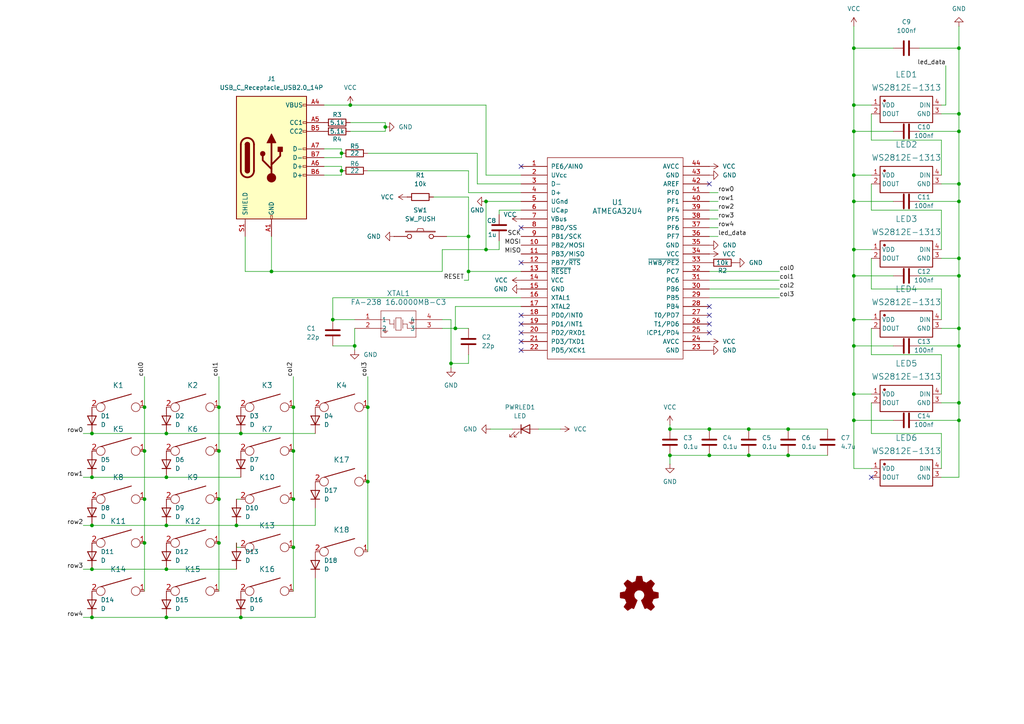
<source format=kicad_sch>
(kicad_sch (version 20231120) (generator "eeschema") (generator_version "8.0")
  (paper "A4")
  (title_block (title "FX19 Custom Numpad") (company "  Falsonix"))
  (lib_symbols
    (symbol "2024-07-11_19-08-14:FA-238_16.0000MB-C3" (pin_names (offset 0.254))
      (property "Reference" "XTAL" (at 12.7 7.62 0))
      (property "Value" "FA-238 16.0000MB-C3" (at 12.7 5.08 0))
      (symbol "FA-238_16.0000MB-C3_0_1"
        (pin unspecified line (at 0 0 0) (length 7.62) (name "1") (number "1"))
        (pin unspecified line (at 0 -2.54 0) (length 7.62) (name "2") (number "2"))
        (pin unspecified line (at 25.4 -2.54 180) (length 7.62) (name "3") (number "3"))
        (pin unspecified line (at 25.4 0 180) (length 7.62) (name "4") (number "4"))
      )
    )
    (symbol "Connector:USB_C_Receptacle_USB2.0_14P" (pin_names (offset 1.016))
      (property "Reference" "J" (at 0 22.225 0))
      (property "Value" "USB_C_Receptacle_USB2.0_14P" (at 0 19.685 0))
      (symbol "USB_C_Receptacle_USB2.0_14P_1_1"
        (pin passive line (at 0 -22.86 90) (length 5.08) (name "GND") (number "A1"))
        (pin passive line (at 0 -22.86 90) (length 5.08) hide (name "GND") (number "A12"))
        (pin passive line (at 15.24 15.24 180) (length 5.08) (name "VBUS") (number "A4"))
        (pin bidirectional line (at 15.24 10.16 180) (length 5.08) (name "CC1") (number "A5"))
        (pin bidirectional line (at 15.24 -2.54 180) (length 5.08) (name "D+") (number "A6"))
        (pin bidirectional line (at 15.24 2.54 180) (length 5.08) (name "D-") (number "A7"))
        (pin passive line (at 15.24 15.24 180) (length 5.08) hide (name "VBUS") (number "A9"))
        (pin passive line (at 0 -22.86 90) (length 5.08) hide (name "GND") (number "B1"))
        (pin passive line (at 0 -22.86 90) (length 5.08) hide (name "GND") (number "B12"))
        (pin passive line (at 15.24 15.24 180) (length 5.08) hide (name "VBUS") (number "B4"))
        (pin bidirectional line (at 15.24 7.62 180) (length 5.08) (name "CC2") (number "B5"))
        (pin bidirectional line (at 15.24 -5.08 180) (length 5.08) (name "D+") (number "B6"))
        (pin bidirectional line (at 15.24 0 180) (length 5.08) (name "D-") (number "B7"))
        (pin passive line (at 15.24 15.24 180) (length 5.08) hide (name "VBUS") (number "B9"))
        (pin passive line (at -7.62 -22.86 90) (length 5.08) (name "SHIELD") (number "S1"))
      )
    )
    (symbol "Device:C" (pin_numbers hide) (pin_names (offset 0.254))
      (property "Reference" "C" (at 0.635 2.54 0))
      (property "Value" "C" (at 0.635 -2.54 0))
      (symbol "C_1_1"
        (pin passive line (at 0 3.81 270) (length 2.794) (name "~") (number "1"))
        (pin passive line (at 0 -3.81 90) (length 2.794) (name "~") (number "2"))
      )
    )
    (symbol "Device:D" (pin_numbers hide) (pin_names (offset 1.016) hide)
      (property "Reference" "D" (at 0 2.54 0))
      (property "Value" "D" (at 0 -2.54 0))
      (symbol "D_1_1"
        (pin passive line (at -3.81 0 0) (length 2.54) (name "K") (number "1"))
        (pin passive line (at 3.81 0 180) (length 2.54) (name "A") (number "2"))
      )
    )
    (symbol "Device:LED" (pin_numbers hide) (pin_names (offset 1.016) hide)
      (property "Reference" "D" (at 0 2.54 0))
      (property "Value" "LED" (at 0 -2.54 0))
      (symbol "LED_1_1"
        (pin passive line (at -3.81 0 0) (length 2.54) (name "K") (number "1"))
        (pin passive line (at 3.81 0 180) (length 2.54) (name "A") (number "2"))
      )
    )
    (symbol "Device:R" (pin_numbers hide) (pin_names (offset 0))
      (property "Reference" "R" (at 2.032 0 90))
      (property "Value" "R" (at 0 0 90))
      (symbol "R_1_1"
        (pin passive line (at 0 3.81 270) (length 1.27) (name "~") (number "1"))
        (pin passive line (at 0 -3.81 90) (length 1.27) (name "~") (number "2"))
      )
    )
    (symbol "Graphic:Logo_Open_Hardware_Small" (in_bom no) (on_board no))
    (symbol "SCH_numpad_project_2024-06-25:WS2812E-1313"
      (property "Reference" "U" (at -1.5494 8.5217 0))
      (property "Value" "WS2812E-1313" (at -1.5494 6.3881 0))
      (symbol "WS2812E-1313_0_0"
        (pin unspecified line (at -10.16 1.27 0) (length 2.54) (name "VDD") (number "1"))
        (pin unspecified line (at -10.16 -1.27 0) (length 2.54) (name "DOUT") (number "2"))
        (pin unspecified line (at 10.16 -1.27 180) (length 2.54) (name "GND") (number "3"))
        (pin unspecified line (at 10.16 1.27 180) (length 2.54) (name "DIN") (number "4"))
      )
    )
    (symbol "keyboard_parts:ATMEGA32U4" (pin_names (offset 1.016))
      (property "Reference" "U" (at 0 -31.75 0))
      (property "Value" "ATMEGA32U4" (at 0 31.75 0))
      (symbol "ATMEGA32U4_1_1"
        (pin bidirectional line (at -26.67 26.67 0) (length 7.62) (name "PE6/AIN0") (number "1"))
        (pin bidirectional line (at -26.67 3.81 0) (length 7.62) (name "PB2/MOSI") (number "10"))
        (pin bidirectional line (at -26.67 1.27 0) (length 7.62) (name "PB3/MISO") (number "11"))
        (pin bidirectional line (at -26.67 -1.27 0) (length 7.62) (name "PB7/~{RTS}") (number "12"))
        (pin input line (at -26.67 -3.81 0) (length 7.62) (name "~{RESET}") (number "13"))
        (pin power_in line (at -26.67 -6.35 0) (length 7.62) (name "VCC") (number "14"))
        (pin power_in line (at -26.67 -8.89 0) (length 7.62) (name "GND") (number "15"))
        (pin input line (at -26.67 -11.43 0) (length 7.62) (name "XTAL1") (number "16"))
        (pin output line (at -26.67 -13.97 0) (length 7.62) (name "XTAL2") (number "17"))
        (pin bidirectional line (at -26.67 -16.51 0) (length 7.62) (name "PD0/INT0") (number "18"))
        (pin bidirectional line (at -26.67 -19.05 0) (length 7.62) (name "PD1/INT1") (number "19"))
        (pin power_in line (at -26.67 24.13 0) (length 7.62) (name "UVcc") (number "2"))
        (pin bidirectional line (at -26.67 -21.59 0) (length 7.62) (name "PD2/RXD1") (number "20"))
        (pin bidirectional line (at -26.67 -24.13 0) (length 7.62) (name "PD3/TXD1") (number "21"))
        (pin bidirectional line (at -26.67 -26.67 0) (length 7.62) (name "PD5/XCK1") (number "22"))
        (pin power_in line (at 27.94 -26.67 180) (length 7.62) (name "GND") (number "23"))
        (pin power_in line (at 27.94 -24.13 180) (length 7.62) (name "AVCC") (number "24"))
        (pin bidirectional line (at 27.94 -21.59 180) (length 7.62) (name "ICP1/PD4") (number "25"))
        (pin bidirectional line (at 27.94 -19.05 180) (length 7.62) (name "T1/PD6") (number "26"))
        (pin bidirectional line (at 27.94 -16.51 180) (length 7.62) (name "T0/PD7") (number "27"))
        (pin bidirectional line (at 27.94 -13.97 180) (length 7.62) (name "PB4") (number "28"))
        (pin bidirectional line (at 27.94 -11.43 180) (length 7.62) (name "PB5") (number "29"))
        (pin bidirectional line (at -26.67 21.59 0) (length 7.62) (name "D-") (number "3"))
        (pin bidirectional line (at 27.94 -8.89 180) (length 7.62) (name "PB6") (number "30"))
        (pin bidirectional line (at 27.94 -6.35 180) (length 7.62) (name "PC6") (number "31"))
        (pin bidirectional line (at 27.94 -3.81 180) (length 7.62) (name "PC7") (number "32"))
        (pin bidirectional line (at 27.94 -1.27 180) (length 7.62) (name "~{HWB/PE2}") (number "33"))
        (pin power_in line (at 27.94 1.27 180) (length 7.62) (name "VCC") (number "34"))
        (pin power_in line (at 27.94 3.81 180) (length 7.62) (name "GND") (number "35"))
        (pin bidirectional line (at 27.94 6.35 180) (length 7.62) (name "PF7") (number "36"))
        (pin bidirectional line (at 27.94 8.89 180) (length 7.62) (name "PF6") (number "37"))
        (pin bidirectional line (at 27.94 11.43 180) (length 7.62) (name "PF5") (number "38"))
        (pin bidirectional line (at 27.94 13.97 180) (length 7.62) (name "PF4") (number "39"))
        (pin bidirectional line (at -26.67 19.05 0) (length 7.62) (name "D+") (number "4"))
        (pin bidirectional line (at 27.94 16.51 180) (length 7.62) (name "PF1") (number "40"))
        (pin bidirectional line (at 27.94 19.05 180) (length 7.62) (name "PF0") (number "41"))
        (pin input line (at 27.94 21.59 180) (length 7.62) (name "AREF") (number "42"))
        (pin power_in line (at 27.94 24.13 180) (length 7.62) (name "GND") (number "43"))
        (pin power_in line (at 27.94 26.67 180) (length 7.62) (name "AVCC") (number "44"))
        (pin power_in line (at -26.67 16.51 0) (length 7.62) (name "UGnd") (number "5"))
        (pin input line (at -26.67 13.97 0) (length 7.62) (name "UCap") (number "6"))
        (pin input line (at -26.67 11.43 0) (length 7.62) (name "VBus") (number "7"))
        (pin bidirectional line (at -26.67 8.89 0) (length 7.62) (name "PB0/SS") (number "8"))
        (pin bidirectional line (at -26.67 6.35 0) (length 7.62) (name "PB1/SCK") (number "9"))
      )
    )
    (symbol "keyboard_parts:KEYSW" (pin_names (offset 1.016))
      (property "Reference" "K?" (at -1.27 0 0))
      (symbol "KEYSW_1_1"
        (pin passive line (at 7.62 0 180) (length 1.27) (name "~") (number "1"))
        (pin passive line (at -7.62 0 0) (length 1.27) (name "~") (number "2"))
      )
    )
    (symbol "keyboard_parts:SW_PUSH" (pin_numbers hide) (pin_names (offset 1.016) hide)
      (property "Reference" "SW" (at 3.81 2.794 0))
      (property "Value" "SW_PUSH" (at 0 -2.032 0))
      (symbol "SW_PUSH_0_1"
        (pin passive inverted (at -7.62 0 0) (length 5.08) (name "1") (number "1"))
        (pin passive inverted (at 7.62 0 180) (length 5.08) (name "2") (number "2"))
      )
    )
    (symbol "power:GND" (power) (pin_numbers hide) (pin_names (offset 0) hide)
      (property "Value" "GND" (at 0 -3.81 0))
      (symbol "GND_1_1"
        (pin power_in line (at 0 0 270) (length 0) (name "~") (number "1"))
      )
    )
    (symbol "power:VCC" (power) (pin_numbers hide) (pin_names (offset 0) hide)
      (property "Value" "VCC" (at 0 3.556 0))
      (symbol "VCC_1_1"
        (pin power_in line (at 0 0 90) (length 0) (name "~") (number "1"))
      )
    )
  )
  (junction (at 247.65 58.42))
  (junction (at 228.6 132.08))
  (junction (at 106.68 139.7))
  (junction (at 278.13 116.84))
  (junction (at 247.65 50.8))
  (junction (at 278.13 95.25))
  (junction (at 41.91 118.11))
  (junction (at 69.85 125.73))
  (junction (at 102.87 100.33))
  (junction (at 278.13 121.92))
  (junction (at 26.67 125.73))
  (junction (at 106.68 118.11))
  (junction (at 130.81 105.41))
  (junction (at 278.13 100.33))
  (junction (at 228.6 124.46))
  (junction (at 96.52 92.71))
  (junction (at 247.65 30.48))
  (junction (at 101.6 30.48))
  (junction (at 85.09 144.78))
  (junction (at 278.13 58.42))
  (junction (at 194.31 132.08))
  (junction (at 85.09 158.75))
  (junction (at 41.91 130.81))
  (junction (at 278.13 80.01))
  (junction (at 48.26 165.1))
  (junction (at 26.67 165.1))
  (junction (at 140.97 58.42))
  (junction (at 217.17 132.08))
  (junction (at 247.65 114.3))
  (junction (at 278.13 53.34))
  (junction (at 26.67 179.07))
  (junction (at 278.13 33.02))
  (junction (at 48.26 138.43))
  (junction (at 140.97 72.39))
  (junction (at 247.65 72.39))
  (junction (at 205.74 124.46))
  (junction (at 111.76 36.83))
  (junction (at 194.31 124.46))
  (junction (at 26.67 138.43))
  (junction (at 63.5 157.48))
  (junction (at 41.91 157.48))
  (junction (at 132.08 95.25))
  (junction (at 69.85 179.07))
  (junction (at 247.65 92.71))
  (junction (at 278.13 74.93))
  (junction (at 135.89 78.74))
  (junction (at 48.26 152.4))
  (junction (at 205.74 132.08))
  (junction (at 48.26 125.73))
  (junction (at 85.09 118.11))
  (junction (at 99.06 44.45))
  (junction (at 26.67 152.4))
  (junction (at 48.26 179.07))
  (junction (at 135.89 68.58))
  (junction (at 85.09 130.81))
  (junction (at 63.5 118.11))
  (junction (at 68.58 152.4))
  (junction (at 247.65 13.97))
  (junction (at 278.13 13.97))
  (junction (at 78.74 78.74))
  (junction (at 247.65 121.92))
  (junction (at 247.65 100.33))
  (junction (at 247.65 38.1))
  (junction (at 217.17 124.46))
  (junction (at 99.06 49.53))
  (junction (at 247.65 80.01))
  (junction (at 63.5 144.78))
  (junction (at 41.91 144.78))
  (junction (at 278.13 38.1))
  (junction (at 63.5 130.81))
  (no_connect (at 151.13 93.98))
  (no_connect (at 151.13 99.06))
  (no_connect (at 151.13 91.44))
  (no_connect (at 151.13 101.6))
  (no_connect (at 205.74 93.98))
  (no_connect (at 252.73 138.43))
  (no_connect (at 151.13 76.2))
  (no_connect (at 205.74 91.44))
  (no_connect (at 151.13 48.26))
  (no_connect (at 151.13 96.52))
  (no_connect (at 205.74 88.9))
  (no_connect (at 205.74 53.34))
  (no_connect (at 151.13 66.04))
  (no_connect (at 205.74 96.52))
  (wire (pts (xy 247.65 30.48) (xy 252.73 30.48)))
  (wire (pts (xy 194.31 123.19) (xy 194.31 124.46)))
  (wire (pts (xy 278.13 58.42) (xy 278.13 74.93)))
  (wire (pts (xy 252.73 33.02) (xy 252.73 40.64)))
  (wire (pts (xy 144.78 60.96) (xy 151.13 60.96)))
  (wire (pts (xy 273.05 116.84) (xy 278.13 116.84)))
  (wire (pts (xy 228.6 124.46) (xy 240.03 124.46)))
  (wire (pts (xy 85.09 144.78) (xy 83.82 144.78)))
  (wire (pts (xy 96.52 100.33) (xy 102.87 100.33)))
  (wire (pts (xy 93.98 45.72) (xy 99.06 45.72)))
  (wire (pts (xy 247.65 58.42) (xy 259.08 58.42)))
  (wire (pts (xy 252.73 83.82) (xy 273.05 83.82)))
  (wire (pts (xy 140.97 72.39) (xy 144.78 72.39)))
  (wire (pts (xy 68.58 158.75) (xy 69.85 158.75)))
  (wire (pts (xy 99.06 45.72) (xy 99.06 44.45)))
  (wire (pts (xy 226.06 78.74) (xy 205.74 78.74)))
  (wire (pts (xy 63.5 118.11) (xy 63.5 130.81)))
  (wire (pts (xy 226.06 83.82) (xy 205.74 83.82)))
  (wire (pts (xy 135.89 49.53) (xy 106.68 49.53)))
  (wire (pts (xy 63.5 109.22) (xy 63.5 118.11)))
  (wire (pts (xy 93.98 50.8) (xy 99.06 50.8)))
  (wire (pts (xy 208.28 60.96) (xy 205.74 60.96)))
  (wire (pts (xy 99.06 48.26) (xy 99.06 49.53)))
  (wire (pts (xy 101.6 35.56) (xy 111.76 35.56)))
  (wire (pts (xy 135.89 102.87) (xy 135.89 105.41)))
  (wire (pts (xy 144.78 72.39) (xy 144.78 69.85)))
  (wire (pts (xy 48.26 179.07) (xy 69.85 179.07)))
  (wire (pts (xy 91.44 179.07) (xy 91.44 167.64)))
  (wire (pts (xy 162.56 124.46) (xy 156.21 124.46)))
  (wire (pts (xy 266.7 100.33) (xy 278.13 100.33)))
  (wire (pts (xy 278.13 121.92) (xy 278.13 138.43)))
  (wire (pts (xy 194.31 132.08) (xy 205.74 132.08)))
  (wire (pts (xy 273.05 74.93) (xy 278.13 74.93)))
  (wire (pts (xy 135.89 81.28) (xy 135.89 78.74)))
  (wire (pts (xy 24.13 165.1) (xy 26.67 165.1)))
  (wire (pts (xy 85.09 130.81) (xy 85.09 144.78)))
  (wire (pts (xy 111.76 38.1) (xy 111.76 36.83)))
  (wire (pts (xy 91.44 152.4) (xy 91.44 147.32)))
  (wire (pts (xy 247.65 100.33) (xy 247.65 114.3)))
  (wire (pts (xy 102.87 100.33) (xy 102.87 101.6)))
  (wire (pts (xy 132.08 88.9) (xy 151.13 88.9)))
  (wire (pts (xy 252.73 116.84) (xy 252.73 125.73)))
  (wire (pts (xy 69.85 144.78) (xy 68.58 144.78)))
  (wire (pts (xy 26.67 125.73) (xy 48.26 125.73)))
  (wire (pts (xy 130.81 105.41) (xy 130.81 106.68)))
  (wire (pts (xy 24.13 125.73) (xy 26.67 125.73)))
  (wire (pts (xy 135.89 78.74) (xy 151.13 78.74)))
  (wire (pts (xy 274.32 30.48) (xy 273.05 30.48)))
  (wire (pts (xy 101.6 30.48) (xy 93.98 30.48)))
  (wire (pts (xy 24.13 138.43) (xy 26.67 138.43)))
  (wire (pts (xy 252.73 53.34) (xy 252.73 60.96)))
  (wire (pts (xy 48.26 138.43) (xy 69.85 138.43)))
  (wire (pts (xy 138.43 53.34) (xy 151.13 53.34)))
  (wire (pts (xy 247.65 50.8) (xy 252.73 50.8)))
  (wire (pts (xy 266.7 121.92) (xy 278.13 121.92)))
  (wire (pts (xy 135.89 57.15) (xy 135.89 68.58)))
  (wire (pts (xy 106.68 109.22) (xy 106.68 118.11)))
  (wire (pts (xy 102.87 95.25) (xy 102.87 100.33)))
  (wire (pts (xy 247.65 7.62) (xy 247.65 13.97)))
  (wire (pts (xy 247.65 121.92) (xy 247.65 135.89)))
  (wire (pts (xy 85.09 144.78) (xy 85.09 158.75)))
  (wire (pts (xy 24.13 152.4) (xy 26.67 152.4)))
  (wire (pts (xy 273.05 33.02) (xy 278.13 33.02)))
  (wire (pts (xy 217.17 124.46) (xy 228.6 124.46)))
  (wire (pts (xy 41.91 144.78) (xy 41.91 157.48)))
  (wire (pts (xy 247.65 80.01) (xy 259.08 80.01)))
  (wire (pts (xy 217.17 132.08) (xy 228.6 132.08)))
  (wire (pts (xy 266.7 13.97) (xy 278.13 13.97)))
  (wire (pts (xy 68.58 158.75) (xy 68.58 157.48)))
  (wire (pts (xy 247.65 100.33) (xy 259.08 100.33)))
  (wire (pts (xy 85.09 158.75) (xy 85.09 171.45)))
  (wire (pts (xy 247.65 114.3) (xy 252.73 114.3)))
  (wire (pts (xy 208.28 58.42) (xy 205.74 58.42)))
  (wire (pts (xy 71.12 78.74) (xy 78.74 78.74)))
  (wire (pts (xy 252.73 40.64) (xy 273.05 40.64)))
  (wire (pts (xy 273.05 83.82) (xy 273.05 92.71)))
  (wire (pts (xy 26.67 165.1) (xy 48.26 165.1)))
  (wire (pts (xy 71.12 68.58) (xy 71.12 78.74)))
  (wire (pts (xy 151.13 50.8) (xy 140.97 50.8)))
  (wire (pts (xy 140.97 58.42) (xy 151.13 58.42)))
  (wire (pts (xy 247.65 114.3) (xy 247.65 121.92)))
  (wire (pts (xy 106.68 139.7) (xy 106.68 160.02)))
  (wire (pts (xy 129.54 68.58) (xy 135.89 68.58)))
  (wire (pts (xy 252.73 102.87) (xy 273.05 102.87)))
  (wire (pts (xy 247.65 72.39) (xy 247.65 80.01)))
  (wire (pts (xy 278.13 74.93) (xy 278.13 80.01)))
  (wire (pts (xy 93.98 43.18) (xy 99.06 43.18)))
  (wire (pts (xy 208.28 63.5) (xy 205.74 63.5)))
  (wire (pts (xy 266.7 58.42) (xy 278.13 58.42)))
  (wire (pts (xy 278.13 100.33) (xy 278.13 116.84)))
  (wire (pts (xy 247.65 92.71) (xy 252.73 92.71)))
  (wire (pts (xy 106.68 118.11) (xy 106.68 139.7)))
  (wire (pts (xy 247.65 72.39) (xy 252.73 72.39)))
  (wire (pts (xy 247.65 38.1) (xy 247.65 50.8)))
  (wire (pts (xy 247.65 30.48) (xy 247.65 38.1)))
  (wire (pts (xy 99.06 50.8) (xy 99.06 49.53)))
  (wire (pts (xy 273.05 102.87) (xy 273.05 114.3)))
  (wire (pts (xy 101.6 38.1) (xy 111.76 38.1)))
  (wire (pts (xy 247.65 58.42) (xy 247.65 72.39)))
  (wire (pts (xy 63.5 144.78) (xy 63.5 157.48)))
  (wire (pts (xy 247.65 121.92) (xy 259.08 121.92)))
  (wire (pts (xy 134.62 81.28) (xy 135.89 81.28)))
  (wire (pts (xy 273.05 60.96) (xy 273.05 72.39)))
  (wire (pts (xy 78.74 78.74) (xy 128.27 78.74)))
  (wire (pts (xy 24.13 179.07) (xy 26.67 179.07)))
  (wire (pts (xy 96.52 92.71) (xy 96.52 86.36)))
  (wire (pts (xy 106.68 44.45) (xy 138.43 44.45)))
  (wire (pts (xy 41.91 130.81) (xy 41.91 144.78)))
  (wire (pts (xy 85.09 118.11) (xy 85.09 130.81)))
  (wire (pts (xy 140.97 50.8) (xy 140.97 30.48)))
  (wire (pts (xy 273.05 125.73) (xy 273.05 135.89)))
  (wire (pts (xy 278.13 13.97) (xy 278.13 33.02)))
  (wire (pts (xy 128.27 92.71) (xy 130.81 92.71)))
  (wire (pts (xy 135.89 68.58) (xy 135.89 78.74)))
  (wire (pts (xy 247.65 13.97) (xy 259.08 13.97)))
  (wire (pts (xy 142.24 124.46) (xy 148.59 124.46)))
  (wire (pts (xy 205.74 68.58) (xy 208.28 68.58)))
  (wire (pts (xy 41.91 157.48) (xy 41.91 171.45)))
  (wire (pts (xy 138.43 44.45) (xy 138.43 53.34)))
  (wire (pts (xy 69.85 179.07) (xy 91.44 179.07)))
  (wire (pts (xy 278.13 138.43) (xy 273.05 138.43)))
  (wire (pts (xy 273.05 95.25) (xy 278.13 95.25)))
  (wire (pts (xy 41.91 118.11) (xy 41.91 130.81)))
  (wire (pts (xy 252.73 60.96) (xy 273.05 60.96)))
  (wire (pts (xy 130.81 92.71) (xy 130.81 105.41)))
  (wire (pts (xy 26.67 152.4) (xy 48.26 152.4)))
  (wire (pts (xy 278.13 53.34) (xy 278.13 58.42)))
  (wire (pts (xy 278.13 38.1) (xy 278.13 53.34)))
  (wire (pts (xy 128.27 72.39) (xy 140.97 72.39)))
  (wire (pts (xy 278.13 95.25) (xy 278.13 100.33)))
  (wire (pts (xy 194.31 132.08) (xy 194.31 134.62)))
  (wire (pts (xy 69.85 125.73) (xy 91.44 125.73)))
  (wire (pts (xy 205.74 124.46) (xy 217.17 124.46)))
  (wire (pts (xy 135.89 95.25) (xy 132.08 95.25)))
  (wire (pts (xy 273.05 40.64) (xy 273.05 50.8)))
  (wire (pts (xy 96.52 92.71) (xy 102.87 92.71)))
  (wire (pts (xy 93.98 48.26) (xy 99.06 48.26)))
  (wire (pts (xy 273.05 53.34) (xy 278.13 53.34)))
  (wire (pts (xy 247.65 92.71) (xy 247.65 100.33)))
  (wire (pts (xy 278.13 80.01) (xy 278.13 95.25)))
  (wire (pts (xy 144.78 62.23) (xy 144.78 60.96)))
  (wire (pts (xy 252.73 95.25) (xy 252.73 102.87)))
  (wire (pts (xy 128.27 78.74) (xy 128.27 72.39)))
  (wire (pts (xy 151.13 55.88) (xy 135.89 55.88)))
  (wire (pts (xy 226.06 86.36) (xy 205.74 86.36)))
  (wire (pts (xy 140.97 58.42) (xy 140.97 72.39)))
  (wire (pts (xy 26.67 179.07) (xy 48.26 179.07)))
  (wire (pts (xy 26.67 138.43) (xy 48.26 138.43)))
  (wire (pts (xy 266.7 38.1) (xy 278.13 38.1)))
  (wire (pts (xy 125.73 57.15) (xy 135.89 57.15)))
  (wire (pts (xy 266.7 80.01) (xy 278.13 80.01)))
  (wire (pts (xy 99.06 43.18) (xy 99.06 44.45)))
  (wire (pts (xy 140.97 30.48) (xy 101.6 30.48)))
  (wire (pts (xy 208.28 55.88) (xy 205.74 55.88)))
  (wire (pts (xy 247.65 13.97) (xy 247.65 30.48)))
  (wire (pts (xy 63.5 130.81) (xy 63.5 144.78)))
  (wire (pts (xy 78.74 78.74) (xy 78.74 68.58)))
  (wire (pts (xy 135.89 105.41) (xy 130.81 105.41)))
  (wire (pts (xy 278.13 33.02) (xy 278.13 38.1)))
  (wire (pts (xy 48.26 152.4) (xy 68.58 152.4)))
  (wire (pts (xy 85.09 109.22) (xy 85.09 118.11)))
  (wire (pts (xy 228.6 132.08) (xy 240.03 132.08)))
  (wire (pts (xy 247.65 135.89) (xy 252.73 135.89)))
  (wire (pts (xy 135.89 55.88) (xy 135.89 49.53)))
  (wire (pts (xy 252.73 74.93) (xy 252.73 83.82)))
  (wire (pts (xy 194.31 124.46) (xy 205.74 124.46)))
  (wire (pts (xy 41.91 109.22) (xy 41.91 118.11)))
  (wire (pts (xy 278.13 116.84) (xy 278.13 121.92)))
  (wire (pts (xy 48.26 165.1) (xy 68.58 165.1)))
  (wire (pts (xy 132.08 95.25) (xy 132.08 88.9)))
  (wire (pts (xy 205.74 132.08) (xy 217.17 132.08)))
  (wire (pts (xy 63.5 157.48) (xy 63.5 171.45)))
  (wire (pts (xy 208.28 66.04) (xy 205.74 66.04)))
  (wire (pts (xy 247.65 38.1) (xy 259.08 38.1)))
  (wire (pts (xy 96.52 86.36) (xy 151.13 86.36)))
  (wire (pts (xy 68.58 152.4) (xy 91.44 152.4)))
  (wire (pts (xy 247.65 50.8) (xy 247.65 58.42)))
  (wire (pts (xy 278.13 7.62) (xy 278.13 13.97)))
  (wire (pts (xy 128.27 95.25) (xy 132.08 95.25)))
  (wire (pts (xy 48.26 125.73) (xy 69.85 125.73)))
  (wire (pts (xy 247.65 80.01) (xy 247.65 92.71)))
  (wire (pts (xy 111.76 35.56) (xy 111.76 36.83)))
  (wire (pts (xy 226.06 81.28) (xy 205.74 81.28)))
  (wire (pts (xy 252.73 125.73) (xy 273.05 125.73)))
  (wire (pts (xy 274.32 19.05) (xy 274.32 30.48)))
  (label "col0" (at 226.06 78.74 0))
  (label "col3" (at 106.68 109.22 90))
  (label "col2" (at 226.06 83.82 0))
  (label "col3" (at 226.06 86.36 0))
  (label "led_data" (at 208.28 68.58 0))
  (label "row1" (at 208.28 58.42 0))
  (label "col0" (at 41.91 109.22 90))
  (label "row3" (at 208.28 63.5 0))
  (label "col1" (at 226.06 81.28 0))
  (label "led_data" (at 274.32 19.05 180))
  (label "row4" (at 208.28 66.04 0))
  (label "row2" (at 208.28 60.96 0))
  (label "RESET" (at 134.62 81.28 180))
  (label "MOSI" (at 151.13 71.12 180))
  (label "SCK" (at 151.13 68.58 180))
  (label "col2" (at 85.09 109.22 90))
  (label "row0" (at 208.28 55.88 0))
  (label "row1" (at 24.13 138.43 180))
  (label "row4" (at 24.13 179.07 180))
  (label "MISO" (at 151.13 73.66 180))
  (label "col1" (at 63.5 109.22 90))
  (label "row3" (at 24.13 165.1 180))
  (label "row0" (at 24.13 125.73 180))
  (label "row2" (at 24.13 152.4 180))
  (symbol (lib_id "Device:C") (at 262.89 80.01 90) (unit 1)
    (property "Reference" "C12" (at 267.97 78.74 90))
    (property "Value" "100nf" (at 267.97 81.28 90))
    (property "Footprint" "Capacitor_SMD:C_0805_2012Metric_Pad1.18x1.45mm_HandSolder" (effects (hide yes)))
    (property "Description" "Unpolarized capacitor" (effects (hide yes)))
  )
  (symbol (lib_id "SCH_numpad_project_2024-06-25:WS2812E-1313") (at 262.89 137.16 0) (unit 1)
    (property "Reference" "LED6" (at 262.89 127 0) (effects (font (size 1.6891 1.6891))))
    (property "Value" "WS2812E-1313" (at 262.89 130.81 0) (effects (font (size 1.6891 1.6891))))
    (property "Footprint" "rgbleds:LED-SMD_4P-L1.3-W1.3-P0.80_WS2812E-1313" (effects (hide yes)))
    (property "Manufacturer Part" "WS2812E-1313" (effects (hide yes)))
    (property "Manufacturer" "worldsemi" (effects (hide yes)))
    (property "Supplier Part" "C5446700" (effects (hide yes)))
    (property "Supplier" "LCSC" (effects (hide yes)))
  )
  (symbol (lib_id "keyboard_parts:KEYSW") (at 99.06 118.11 0) (unit 1)
    (property "Reference" "K4" (at 99.06 111.76 0) (effects (font (size 1.524 1.524))))
    (property "Value" "KEYSW" (effects (hide yes)))
    (property "Footprint" "keebs:Mx_Alps_100" (effects (hide yes)))
  )
  (symbol (lib_id "Device:C") (at 262.89 13.97 90) (unit 1)
    (property "Reference" "C9" (at 262.89 6.35 90))
    (property "Value" "100nf" (at 262.89 8.89 90))
    (property "Footprint" "Capacitor_SMD:C_0805_2012Metric_Pad1.18x1.45mm_HandSolder" (effects (hide yes)))
    (property "Description" "Unpolarized capacitor" (effects (hide yes)))
  )
  (symbol (lib_id "SCH_numpad_project_2024-06-25:WS2812E-1313") (at 262.89 115.57 0) (unit 1)
    (property "Reference" "LED5" (at 262.89 105.41 0) (effects (font (size 1.6891 1.6891))))
    (property "Value" "WS2812E-1313" (at 262.89 109.22 0) (effects (font (size 1.6891 1.6891))))
    (property "Footprint" "rgbleds:LED-SMD_4P-L1.3-W1.3-P0.80_WS2812E-1313" (effects (hide yes)))
    (property "Manufacturer Part" "WS2812E-1313" (effects (hide yes)))
    (property "Manufacturer" "worldsemi" (effects (hide yes)))
    (property "Supplier Part" "C5446700" (effects (hide yes)))
    (property "Supplier" "LCSC" (effects (hide yes)))
  )
  (symbol (lib_id "Device:C") (at 240.03 128.27 0) (unit 1)
    (property "Reference" "C7" (at 243.84 126.9999 0) (effects (justify left)))
    (property "Value" "4.7u" (at 243.84 129.5399 0) (effects (justify left)))
    (property "Footprint" "Capacitor_SMD:C_0805_2012Metric_Pad1.18x1.45mm_HandSolder" (effects (hide yes)))
    (property "Description" "Unpolarized capacitor" (effects (hide yes)))
  )
  (symbol (lib_id "power:GND") (at 205.74 101.6 90) (unit 1)
    (property "Reference" "#PWR016" (effects (hide yes)))
    (property "Value" "GND" (at 209.55 101.5999 90) (effects (justify right)))
    (property "Description" "Power symbol creates a global label with name \"GND\" , ground" (effects (hide yes)))
  )
  (symbol (lib_id "Device:C") (at 262.89 38.1 90) (unit 1)
    (property "Reference" "C10" (at 267.97 36.83 90))
    (property "Value" "100nf" (at 267.97 39.37 90))
    (property "Footprint" "Capacitor_SMD:C_0805_2012Metric_Pad1.18x1.45mm_HandSolder" (effects (hide yes)))
    (property "Description" "Unpolarized capacitor" (effects (hide yes)))
  )
  (symbol (lib_id "Device:D") (at 48.26 148.59 90) (unit 1)
    (property "Reference" "D9" (at 50.8 147.3199 90) (effects (justify right)))
    (property "Value" "D" (at 50.8 149.8599 90) (effects (justify right)))
    (property "Footprint" "keyboard_parts:D_SOD123_axial" (effects (hide yes)))
    (property "Description" "Diode" (effects (hide yes)))
    (property "Sim.Device" "D" (effects (hide yes)))
    (property "Sim.Pins" "1=K 2=A" (effects (hide yes)))
  )
  (symbol (lib_id "2024-07-11_19-08-14:FA-238_16.0000MB-C3") (at 102.87 92.71 0) (unit 1)
    (property "Reference" "XTAL1" (at 115.57 85.09 0) (effects (font (size 1.524 1.524))))
    (property "Value" "FA-238 16.0000MB-C3" (at 115.57 87.63 0) (effects (font (size 1.524 1.524))))
    (property "Footprint" "Crystal:Crystal_SMD_SeikoEpson_FA238-4Pin_3.2x2.5mm_HandSoldering" (effects (hide yes)))
    (property "Datasheet" "FA-238 16.0000MB-C3" (effects (hide yes)))
  )
  (symbol (lib_id "Device:C") (at 217.17 128.27 0) (unit 1)
    (property "Reference" "C5" (at 220.98 126.9999 0) (effects (justify left)))
    (property "Value" "0.1u" (at 220.98 129.5399 0) (effects (justify left)))
    (property "Footprint" "Capacitor_SMD:C_0805_2012Metric_Pad1.18x1.45mm_HandSolder" (effects (hide yes)))
    (property "Description" "Unpolarized capacitor" (effects (hide yes)))
  )
  (symbol (lib_id "Device:C") (at 135.89 99.06 0) (unit 1)
    (property "Reference" "C2" (at 139.7 97.7899 0) (effects (justify left)))
    (property "Value" "22p" (at 139.7 100.3299 0) (effects (justify left)))
    (property "Footprint" "Capacitor_SMD:C_0805_2012Metric_Pad1.18x1.45mm_HandSolder" (effects (hide yes)))
    (property "Description" "Unpolarized capacitor" (effects (hide yes)))
  )
  (symbol (lib_id "Device:D") (at 91.44 143.51 90) (unit 1)
    (property "Reference" "D17" (at 93.98 142.2399 90) (effects (justify right)))
    (property "Value" "D" (at 93.98 144.7799 90) (effects (justify right)))
    (property "Footprint" "keyboard_parts:D_SOD123_axial" (effects (hide yes)))
    (property "Description" "Diode" (effects (hide yes)))
    (property "Sim.Device" "D" (effects (hide yes)))
    (property "Sim.Pins" "1=K 2=A" (effects (hide yes)))
  )
  (symbol (lib_id "Device:D") (at 68.58 161.29 90) (unit 1)
    (property "Reference" "D13" (at 71.12 160.0199 90) (effects (justify right)))
    (property "Value" "D" (at 71.12 162.5599 90) (effects (justify right)))
    (property "Footprint" "keyboard_parts:D_SOD123_axial" (effects (hide yes)))
    (property "Description" "Diode" (effects (hide yes)))
    (property "Sim.Device" "D" (effects (hide yes)))
    (property "Sim.Pins" "1=K 2=A" (effects (hide yes)))
  )
  (symbol (lib_id "Device:D") (at 91.44 163.83 90) (unit 1)
    (property "Reference" "D18" (at 93.98 162.5599 90) (effects (justify right)))
    (property "Value" "D" (at 93.98 165.0999 90) (effects (justify right)))
    (property "Footprint" "keyboard_parts:D_SOD123_axial" (effects (hide yes)))
    (property "Description" "Diode" (effects (hide yes)))
    (property "Sim.Device" "D" (effects (hide yes)))
    (property "Sim.Pins" "1=K 2=A" (effects (hide yes)))
  )
  (symbol (lib_id "keyboard_parts:KEYSW") (at 55.88 118.11 0) (unit 1)
    (property "Reference" "K2" (at 55.88 111.76 0) (effects (font (size 1.524 1.524))))
    (property "Value" "KEYSW" (effects (hide yes)))
    (property "Footprint" "keebs:Mx_Alps_100" (effects (hide yes)))
  )
  (symbol (lib_id "keyboard_parts:KEYSW") (at 34.29 144.78 0) (unit 1)
    (property "Reference" "K8" (at 34.29 138.43 0) (effects (font (size 1.524 1.524))))
    (property "Value" "KEYSW" (effects (hide yes)))
    (property "Footprint" "keebs:Mx_Alps_100" (effects (hide yes)))
  )
  (symbol (lib_id "Connector:USB_C_Receptacle_USB2.0_14P") (at 78.74 45.72 0) (unit 1)
    (property "Reference" "J1" (at 78.74 22.86 0))
    (property "Value" "USB_C_Receptacle_USB2.0_14P" (at 78.74 25.4 0))
    (property "Footprint" "Connector_USB:USB_C_Receptacle_HRO_TYPE-C-31-M-12" (effects (hide yes)))
    (property "Datasheet" "https://www.usb.org/sites/default/files/documents/usb_type-c.zip" (effects (hide yes)))
    (property "Description" "USB 2.0-only 14P Type-C Receptacle connector" (effects (hide yes)))
  )
  (symbol (lib_id "Device:C") (at 96.52 96.52 0) (unit 1)
    (property "Reference" "C1" (at 88.9 95.25 0) (effects (justify left)))
    (property "Value" "22p" (at 88.9 97.79 0) (effects (justify left)))
    (property "Footprint" "Capacitor_SMD:C_0805_2012Metric_Pad1.18x1.45mm_HandSolder" (effects (hide yes)))
    (property "Description" "Unpolarized capacitor" (effects (hide yes)))
  )
  (symbol (lib_id "Device:D") (at 26.67 148.59 90) (unit 1)
    (property "Reference" "D8" (at 29.21 147.3199 90) (effects (justify right)))
    (property "Value" "D" (at 29.21 149.8599 90) (effects (justify right)))
    (property "Footprint" "keyboard_parts:D_SOD123_axial" (effects (hide yes)))
    (property "Description" "Diode" (effects (hide yes)))
    (property "Sim.Device" "D" (effects (hide yes)))
    (property "Sim.Pins" "1=K 2=A" (effects (hide yes)))
  )
  (symbol (lib_id "keyboard_parts:KEYSW") (at 77.47 118.11 0) (unit 1)
    (property "Reference" "K3" (at 77.47 111.76 0) (effects (font (size 1.524 1.524))))
    (property "Value" "KEYSW" (effects (hide yes)))
    (property "Footprint" "keebs:Mx_Alps_100" (effects (hide yes)))
  )
  (symbol (lib_id "keyboard_parts:KEYSW") (at 34.29 130.81 0) (unit 1)
    (property "Reference" "K5" (at 34.29 124.46 0) (effects (font (size 1.524 1.524))))
    (property "Value" "KEYSW" (effects (hide yes)))
    (property "Footprint" "keebs:Mx_Alps_100" (effects (hide yes)))
  )
  (symbol (lib_id "power:GND") (at 205.74 50.8 90) (unit 1)
    (property "Reference" "#PWR014" (effects (hide yes)))
    (property "Value" "GND" (at 209.55 50.7999 90) (effects (justify right)))
    (property "Description" "Power symbol creates a global label with name \"GND\" , ground" (effects (hide yes)))
  )
  (symbol (lib_id "Device:R") (at 102.87 44.45 90) (unit 1)
    (property "Reference" "R5" (at 102.87 42.418 90))
    (property "Value" "22" (at 102.87 44.45 90))
    (property "Footprint" "Resistor_SMD:R_0805_2012Metric_Pad1.20x1.40mm_HandSolder" (effects (hide yes)))
    (property "Description" "Resistor" (effects (hide yes)))
  )
  (symbol (lib_id "Device:C") (at 205.74 128.27 0) (unit 1)
    (property "Reference" "C4" (at 209.55 126.9999 0) (effects (justify left)))
    (property "Value" "0.1u" (at 209.55 129.5399 0) (effects (justify left)))
    (property "Footprint" "Capacitor_SMD:C_0805_2012Metric_Pad1.18x1.45mm_HandSolder" (effects (hide yes)))
    (property "Description" "Unpolarized capacitor" (effects (hide yes)))
  )
  (symbol (lib_id "Device:R") (at 97.79 38.1 90) (unit 1)
    (property "Reference" "R4" (at 97.79 40.386 90))
    (property "Value" "5.1k" (at 97.79 38.1 90))
    (property "Footprint" "Resistor_SMD:R_0805_2012Metric_Pad1.20x1.40mm_HandSolder" (effects (hide yes)))
    (property "Description" "Resistor" (effects (hide yes)))
  )
  (symbol (lib_id "SCH_numpad_project_2024-06-25:WS2812E-1313") (at 262.89 31.75 0) (unit 1)
    (property "Reference" "LED1" (at 262.89 21.59 0) (effects (font (size 1.6891 1.6891))))
    (property "Value" "WS2812E-1313" (at 262.89 25.4 0) (effects (font (size 1.6891 1.6891))))
    (property "Footprint" "rgbleds:LED-SMD_4P-L1.3-W1.3-P0.80_WS2812E-1313" (effects (hide yes)))
    (property "Manufacturer Part" "WS2812E-1313" (effects (hide yes)))
    (property "Manufacturer" "worldsemi" (effects (hide yes)))
    (property "Supplier Part" "C5446700" (effects (hide yes)))
    (property "Supplier" "LCSC" (effects (hide yes)))
  )
  (symbol (lib_id "power:VCC") (at 151.13 63.5 90) (unit 1)
    (property "Reference" "#PWR018" (effects (hide yes)))
    (property "Value" "VCC" (at 149.86 62.23 90) (effects (justify left)))
    (property "Description" "Power symbol creates a global label with name \"VCC\"" (effects (hide yes)))
  )
  (symbol (lib_id "Device:D") (at 68.58 148.59 90) (unit 1)
    (property "Reference" "D10" (at 71.12 147.3199 90) (effects (justify right)))
    (property "Value" "D" (at 71.12 149.8599 90) (effects (justify right)))
    (property "Footprint" "keyboard_parts:D_SOD123_axial" (effects (hide yes)))
    (property "Description" "Diode" (effects (hide yes)))
    (property "Sim.Device" "D" (effects (hide yes)))
    (property "Sim.Pins" "1=K 2=A" (effects (hide yes)))
  )
  (symbol (lib_id "power:VCC") (at 118.11 57.15 90) (unit 1)
    (property "Reference" "#PWR05" (effects (hide yes)))
    (property "Value" "VCC" (at 114.3 57.1499 90) (effects (justify left)))
    (property "Description" "Power symbol creates a global label with name \"VCC\"" (effects (hide yes)))
  )
  (symbol (lib_id "power:GND") (at 114.3 68.58 270) (unit 1)
    (property "Reference" "#PWR04" (effects (hide yes)))
    (property "Value" "GND" (at 110.49 68.5799 90) (effects (justify right)))
    (property "Description" "Power symbol creates a global label with name \"GND\" , ground" (effects (hide yes)))
  )
  (symbol (lib_id "power:VCC") (at 162.56 124.46 270) (unit 1)
    (property "Reference" "#PWR023" (effects (hide yes)))
    (property "Value" "VCC" (at 166.37 124.4599 90) (effects (justify left)))
    (property "Description" "Power symbol creates a global label with name \"VCC\"" (effects (hide yes)))
  )
  (symbol (lib_id "keyboard_parts:KEYSW") (at 34.29 171.45 0) (unit 1)
    (property "Reference" "K14" (at 34.29 165.1 0) (effects (font (size 1.524 1.524))))
    (property "Value" "KEYSW" (effects (hide yes)))
    (property "Footprint" "keebs:Mx_Alps_100" (effects (hide yes)))
  )
  (symbol (lib_id "power:VCC") (at 247.65 7.62 0) (unit 1)
    (property "Reference" "#PWR020" (effects (hide yes)))
    (property "Value" "VCC" (at 247.65 2.54 0))
    (property "Description" "Power symbol creates a global label with name \"VCC\"" (effects (hide yes)))
  )
  (symbol (lib_id "keyboard_parts:KEYSW") (at 99.06 139.7 0) (unit 1)
    (property "Reference" "K17" (at 99.06 133.35 0) (effects (font (size 1.524 1.524))))
    (property "Value" "KEYSW" (effects (hide yes)))
    (property "Footprint" "keebs:Mx_Alps_100" (effects (hide yes)))
  )
  (symbol (lib_id "Device:D") (at 48.26 175.26 90) (unit 1)
    (property "Reference" "D15" (at 50.8 173.9899 90) (effects (justify right)))
    (property "Value" "D" (at 50.8 176.5299 90) (effects (justify right)))
    (property "Footprint" "keyboard_parts:D_SOD123_axial" (effects (hide yes)))
    (property "Description" "Diode" (effects (hide yes)))
    (property "Sim.Device" "D" (effects (hide yes)))
    (property "Sim.Pins" "1=K 2=A" (effects (hide yes)))
  )
  (symbol (lib_id "power:GND") (at 111.76 36.83 90) (unit 1)
    (property "Reference" "#PWR09" (effects (hide yes)))
    (property "Value" "GND" (at 115.57 36.8299 90) (effects (justify right)))
    (property "Description" "Power symbol creates a global label with name \"GND\" , ground" (effects (hide yes)))
  )
  (symbol (lib_id "keyboard_parts:KEYSW") (at 55.88 130.81 0) (unit 1)
    (property "Reference" "K6" (at 55.88 124.46 0) (effects (font (size 1.524 1.524))))
    (property "Value" "KEYSW" (effects (hide yes)))
    (property "Footprint" "keebs:Mx_Alps_100" (effects (hide yes)))
  )
  (symbol (lib_id "SCH_numpad_project_2024-06-25:WS2812E-1313") (at 262.89 73.66 0) (unit 1)
    (property "Reference" "LED3" (at 262.89 63.5 0) (effects (font (size 1.6891 1.6891))))
    (property "Value" "WS2812E-1313" (at 262.89 67.31 0) (effects (font (size 1.6891 1.6891))))
    (property "Footprint" "rgbleds:LED-SMD_4P-L1.3-W1.3-P0.80_WS2812E-1313" (effects (hide yes)))
    (property "Manufacturer Part" "WS2812E-1313" (effects (hide yes)))
    (property "Manufacturer" "worldsemi" (effects (hide yes)))
    (property "Supplier Part" "C5446700" (effects (hide yes)))
    (property "Supplier" "LCSC" (effects (hide yes)))
  )
  (symbol (lib_id "Device:R") (at 209.55 76.2 90) (unit 1)
    (property "Reference" "R2" (at 209.55 78.486 90))
    (property "Value" "10k" (at 209.55 76.2 90))
    (property "Footprint" "Resistor_SMD:R_0805_2012Metric_Pad1.20x1.40mm_HandSolder" (effects (hide yes)))
    (property "Description" "Resistor" (effects (hide yes)))
  )
  (symbol (lib_id "Device:C") (at 262.89 100.33 90) (unit 1)
    (property "Reference" "C13" (at 267.97 99.06 90))
    (property "Value" "100nf" (at 267.97 101.6 90))
    (property "Footprint" "Capacitor_SMD:C_0805_2012Metric_Pad1.18x1.45mm_HandSolder" (effects (hide yes)))
    (property "Description" "Unpolarized capacitor" (effects (hide yes)))
  )
  (symbol (lib_id "SCH_numpad_project_2024-06-25:WS2812E-1313") (at 262.89 93.98 0) (unit 1)
    (property "Reference" "LED4" (at 262.89 83.82 0) (effects (font (size 1.6891 1.6891))))
    (property "Value" "WS2812E-1313" (at 262.89 87.63 0) (effects (font (size 1.6891 1.6891))))
    (property "Footprint" "rgbleds:LED-SMD_4P-L1.3-W1.3-P0.80_WS2812E-1313" (effects (hide yes)))
    (property "Manufacturer Part" "WS2812E-1313" (effects (hide yes)))
    (property "Manufacturer" "worldsemi" (effects (hide yes)))
    (property "Supplier Part" "C5446700" (effects (hide yes)))
    (property "Supplier" "LCSC" (effects (hide yes)))
  )
  (symbol (lib_id "Device:D") (at 26.67 121.92 90) (unit 1)
    (property "Reference" "D1" (at 29.21 120.6499 90) (effects (justify right)))
    (property "Value" "D" (at 29.21 123.1899 90) (effects (justify right)))
    (property "Footprint" "keyboard_parts:D_SOD123_axial" (effects (hide yes)))
    (property "Description" "Diode" (effects (hide yes)))
    (property "Sim.Device" "D" (effects (hide yes)))
    (property "Sim.Pins" "1=K 2=A" (effects (hide yes)))
  )
  (symbol (lib_id "Device:R") (at 97.79 35.56 90) (unit 1)
    (property "Reference" "R3" (at 97.79 33.274 90))
    (property "Value" "5.1k" (at 97.79 35.56 90))
    (property "Footprint" "Resistor_SMD:R_0805_2012Metric_Pad1.20x1.40mm_HandSolder" (effects (hide yes)))
    (property "Description" "Resistor" (effects (hide yes)))
  )
  (symbol (lib_id "power:GND") (at 130.81 106.68 0) (unit 1)
    (property "Reference" "#PWR019" (effects (hide yes)))
    (property "Value" "GND" (at 130.81 111.76 0))
    (property "Description" "Power symbol creates a global label with name \"GND\" , ground" (effects (hide yes)))
  )
  (symbol (lib_id "Device:R") (at 102.87 49.53 90) (unit 1)
    (property "Reference" "R6" (at 102.87 47.498 90))
    (property "Value" "22" (at 102.87 49.53 90))
    (property "Footprint" "Resistor_SMD:R_0805_2012Metric_Pad1.20x1.40mm_HandSolder" (effects (hide yes)))
    (property "Description" "Resistor" (effects (hide yes)))
  )
  (symbol (lib_id "keyboard_parts:ATMEGA32U4") (at 177.8 74.93 0) (unit 1)
    (property "Reference" "U1" (at 179.07 58.674 0) (effects (font (size 1.524 1.524))))
    (property "Value" "ATMEGA32U4" (at 179.07 61.214 0) (effects (font (size 1.524 1.524))))
    (property "Footprint" "Package_QFP:TQFP-44_10x10mm_P0.8mm" (effects (hide yes)))
  )
  (symbol (lib_id "power:VCC") (at 194.31 123.19 0) (unit 1)
    (property "Reference" "#PWR03" (effects (hide yes)))
    (property "Value" "VCC" (at 194.31 118.11 0))
    (property "Description" "Power symbol creates a global label with name \"VCC\"" (effects (hide yes)))
  )
  (symbol (lib_id "keyboard_parts:KEYSW") (at 34.29 118.11 0) (unit 1)
    (property "Reference" "K1" (at 34.29 111.76 0) (effects (font (size 1.524 1.524))))
    (property "Value" "KEYSW" (effects (hide yes)))
    (property "Footprint" "keebs:Mx_Alps_100" (effects (hide yes)))
  )
  (symbol (lib_id "Device:C") (at 262.89 58.42 90) (unit 1)
    (property "Reference" "C11" (at 267.97 57.15 90))
    (property "Value" "100nf" (at 267.97 59.69 90))
    (property "Footprint" "Capacitor_SMD:C_0805_2012Metric_Pad1.18x1.45mm_HandSolder" (effects (hide yes)))
    (property "Description" "Unpolarized capacitor" (effects (hide yes)))
  )
  (symbol (lib_id "Device:C") (at 228.6 128.27 0) (unit 1)
    (property "Reference" "C6" (at 232.41 126.9999 0) (effects (justify left)))
    (property "Value" "0.1u" (at 232.41 129.5399 0) (effects (justify left)))
    (property "Footprint" "Capacitor_SMD:C_0805_2012Metric_Pad1.18x1.45mm_HandSolder" (effects (hide yes)))
    (property "Description" "Unpolarized capacitor" (effects (hide yes)))
  )
  (symbol (lib_id "Device:C") (at 144.78 66.04 0) (unit 1)
    (property "Reference" "C8" (at 141.224 64.008 0) (effects (justify left)))
    (property "Value" "1u" (at 141.478 68.072 0) (effects (justify left)))
    (property "Footprint" "Capacitor_SMD:C_0805_2012Metric_Pad1.18x1.45mm_HandSolder" (effects (hide yes)))
    (property "Description" "Unpolarized capacitor" (effects (hide yes)))
  )
  (symbol (lib_id "Device:LED") (at 152.4 124.46 0) (unit 1)
    (property "Reference" "PWRLED1" (at 150.8125 118.11 0))
    (property "Value" "LED" (at 150.8125 120.65 0))
    (property "Footprint" "LED_SMD:LED_1206_3216Metric_Pad1.42x1.75mm_HandSolder" (effects (hide yes)))
    (property "Description" "Light emitting diode" (effects (hide yes)))
  )
  (symbol (lib_id "Device:D") (at 26.67 134.62 90) (unit 1)
    (property "Reference" "D5" (at 29.21 133.3499 90) (effects (justify right)))
    (property "Value" "D" (at 29.21 135.8899 90) (effects (justify right)))
    (property "Footprint" "keyboard_parts:D_SOD123_axial" (effects (hide yes)))
    (property "Description" "Diode" (effects (hide yes)))
    (property "Sim.Device" "D" (effects (hide yes)))
    (property "Sim.Pins" "1=K 2=A" (effects (hide yes)))
  )
  (symbol (lib_id "keyboard_parts:KEYSW") (at 77.47 158.75 0) (unit 1)
    (property "Reference" "K13" (at 77.47 152.4 0) (effects (font (size 1.524 1.524))))
    (property "Value" "KEYSW" (effects (hide yes)))
    (property "Footprint" "keebs:Mx_Alps_100" (effects (hide yes)))
  )
  (symbol (lib_id "keyboard_parts:KEYSW") (at 99.06 160.02 0) (unit 1)
    (property "Reference" "K18" (at 99.06 153.67 0) (effects (font (size 1.524 1.524))))
    (property "Value" "KEYSW" (effects (hide yes)))
    (property "Footprint" "keebs:Mx_Alps_100" (effects (hide yes)))
  )
  (symbol (lib_id "power:GND") (at 278.13 7.62 180) (unit 1)
    (property "Reference" "#PWR021" (effects (hide yes)))
    (property "Value" "GND" (at 278.13 2.54 0))
    (property "Description" "Power symbol creates a global label with name \"GND\" , ground" (effects (hide yes)))
  )
  (symbol (lib_id "power:GND") (at 151.13 83.82 270) (unit 1)
    (property "Reference" "#PWR017" (effects (hide yes)))
    (property "Value" "GND" (at 147.32 83.8199 90) (effects (justify right)))
    (property "Description" "Power symbol creates a global label with name \"GND\" , ground" (effects (hide yes)))
  )
  (symbol (lib_id "keyboard_parts:KEYSW") (at 77.47 171.45 0) (unit 1)
    (property "Reference" "K16" (at 77.47 165.1 0) (effects (font (size 1.524 1.524))))
    (property "Value" "KEYSW" (effects (hide yes)))
    (property "Footprint" "keebs:Mx_Alps_100" (effects (hide yes)))
  )
  (symbol (lib_id "power:GND") (at 194.31 134.62 0) (unit 1)
    (property "Reference" "#PWR02" (effects (hide yes)))
    (property "Value" "GND" (at 194.31 139.7 0))
    (property "Description" "Power symbol creates a global label with name \"GND\" , ground" (effects (hide yes)))
  )
  (symbol (lib_id "keyboard_parts:KEYSW") (at 77.47 130.81 0) (unit 1)
    (property "Reference" "K7" (at 77.47 124.46 0) (effects (font (size 1.524 1.524))))
    (property "Value" "KEYSW" (effects (hide yes)))
    (property "Footprint" "keebs:Mx_Alps_100" (effects (hide yes)))
  )
  (symbol (lib_id "keyboard_parts:KEYSW") (at 34.29 157.48 0) (unit 1)
    (property "Reference" "K11" (at 34.29 151.13 0) (effects (font (size 1.524 1.524))))
    (property "Value" "KEYSW" (effects (hide yes)))
    (property "Footprint" "keebs:Mx_Alps_100" (effects (hide yes)))
  )
  (symbol (lib_id "keyboard_parts:KEYSW") (at 55.88 157.48 0) (unit 1)
    (property "Reference" "K12" (at 55.88 151.13 0) (effects (font (size 1.524 1.524))))
    (property "Value" "KEYSW" (effects (hide yes)))
    (property "Footprint" "keebs:Mx_Alps_100" (effects (hide yes)))
  )
  (symbol (lib_id "power:GND") (at 213.36 76.2 90) (unit 1)
    (property "Reference" "#PWR06" (effects (hide yes)))
    (property "Value" "GND" (at 217.17 76.1999 90) (effects (justify right)))
    (property "Description" "Power symbol creates a global label with name \"GND\" , ground" (effects (hide yes)))
  )
  (symbol (lib_id "keyboard_parts:KEYSW") (at 77.47 144.78 0) (unit 1)
    (property "Reference" "K10" (at 77.47 138.43 0) (effects (font (size 1.524 1.524))))
    (property "Value" "KEYSW" (effects (hide yes)))
    (property "Footprint" "keebs:Mx_Alps_100" (effects (hide yes)))
  )
  (symbol (lib_id "power:VCC") (at 151.13 81.28 90) (unit 1)
    (property "Reference" "#PWR013" (effects (hide yes)))
    (property "Value" "VCC" (at 147.32 81.2799 90) (effects (justify left)))
    (property "Description" "Power symbol creates a global label with name \"VCC\"" (effects (hide yes)))
  )
  (symbol (lib_id "Device:D") (at 69.85 175.26 90) (unit 1)
    (property "Reference" "D16" (at 72.39 173.9899 90) (effects (justify right)))
    (property "Value" "D" (at 72.39 176.5299 90) (effects (justify right)))
    (property "Footprint" "keyboard_parts:D_SOD123_axial" (effects (hide yes)))
    (property "Description" "Diode" (effects (hide yes)))
    (property "Sim.Device" "D" (effects (hide yes)))
    (property "Sim.Pins" "1=K 2=A" (effects (hide yes)))
  )
  (symbol (lib_id "Device:R") (at 121.92 57.15 90) (unit 1)
    (property "Reference" "R1" (at 121.92 50.8 90))
    (property "Value" "10k" (at 121.92 53.34 90))
    (property "Footprint" "Resistor_SMD:R_0805_2012Metric_Pad1.20x1.40mm_HandSolder" (effects (hide yes)))
    (property "Description" "Resistor" (effects (hide yes)))
  )
  (symbol (lib_id "Device:D") (at 69.85 134.62 90) (unit 1)
    (property "Reference" "D7" (at 72.39 133.3499 90) (effects (justify right)))
    (property "Value" "D" (at 72.39 135.8899 90) (effects (justify right)))
    (property "Footprint" "keyboard_parts:D_SOD123_axial" (effects (hide yes)))
    (property "Description" "Diode" (effects (hide yes)))
    (property "Sim.Device" "D" (effects (hide yes)))
    (property "Sim.Pins" "1=K 2=A" (effects (hide yes)))
  )
  (symbol (lib_id "Device:D") (at 48.26 121.92 90) (unit 1)
    (property "Reference" "D2" (at 50.8 120.6499 90) (effects (justify right)))
    (property "Value" "D" (at 50.8 123.1899 90) (effects (justify right)))
    (property "Footprint" "keyboard_parts:D_SOD123_axial" (effects (hide yes)))
    (property "Description" "Diode" (effects (hide yes)))
    (property "Sim.Device" "D" (effects (hide yes)))
    (property "Sim.Pins" "1=K 2=A" (effects (hide yes)))
  )
  (symbol (lib_id "Device:D") (at 26.67 161.29 90) (unit 1)
    (property "Reference" "D11" (at 29.21 160.0199 90) (effects (justify right)))
    (property "Value" "D" (at 29.21 162.5599 90) (effects (justify right)))
    (property "Footprint" "keyboard_parts:D_SOD123_axial" (effects (hide yes)))
    (property "Description" "Diode" (effects (hide yes)))
    (property "Sim.Device" "D" (effects (hide yes)))
    (property "Sim.Pins" "1=K 2=A" (effects (hide yes)))
  )
  (symbol (lib_id "power:VCC") (at 205.74 73.66 270) (unit 1)
    (property "Reference" "#PWR011" (effects (hide yes)))
    (property "Value" "VCC" (at 209.55 73.6599 90) (effects (justify left)))
    (property "Description" "Power symbol creates a global label with name \"VCC\"" (effects (hide yes)))
  )
  (symbol (lib_id "keyboard_parts:KEYSW") (at 55.88 171.45 0) (unit 1)
    (property "Reference" "K15" (at 55.88 165.1 0) (effects (font (size 1.524 1.524))))
    (property "Value" "KEYSW" (effects (hide yes)))
    (property "Footprint" "keebs:Mx_Alps_100" (effects (hide yes)))
  )
  (symbol (lib_id "power:GND") (at 205.74 71.12 90) (unit 1)
    (property "Reference" "#PWR015" (effects (hide yes)))
    (property "Value" "GND" (at 209.55 71.1199 90) (effects (justify right)))
    (property "Description" "Power symbol creates a global label with name \"GND\" , ground" (effects (hide yes)))
  )
  (symbol (lib_id "SCH_numpad_project_2024-06-25:WS2812E-1313") (at 262.89 52.07 0) (unit 1)
    (property "Reference" "LED2" (at 262.89 41.91 0) (effects (font (size 1.6891 1.6891))))
    (property "Value" "WS2812E-1313" (at 262.89 45.72 0) (effects (font (size 1.6891 1.6891))))
    (property "Footprint" "rgbleds:LED-SMD_4P-L1.3-W1.3-P0.80_WS2812E-1313" (effects (hide yes)))
    (property "Manufacturer Part" "WS2812E-1313" (effects (hide yes)))
    (property "Manufacturer" "worldsemi" (effects (hide yes)))
    (property "Supplier Part" "C5446700" (effects (hide yes)))
    (property "Supplier" "LCSC" (effects (hide yes)))
  )
  (symbol (lib_id "power:GND") (at 142.24 124.46 270) (unit 1)
    (property "Reference" "#PWR022" (effects (hide yes)))
    (property "Value" "GND" (at 138.43 124.4599 90) (effects (justify right)))
    (property "Description" "Power symbol creates a global label with name \"GND\" , ground" (effects (hide yes)))
  )
  (symbol (lib_id "power:GND") (at 140.97 58.42 270) (unit 1)
    (property "Reference" "#PWR07" (effects (hide yes)))
    (property "Value" "GND" (at 140.462 60.96 90) (effects (justify right)))
    (property "Description" "Power symbol creates a global label with name \"GND\" , ground" (effects (hide yes)))
  )
  (symbol (lib_id "Device:D") (at 48.26 134.62 90) (unit 1)
    (property "Reference" "D6" (at 50.8 133.3499 90) (effects (justify right)))
    (property "Value" "D" (at 50.8 135.8899 90) (effects (justify right)))
    (property "Footprint" "keyboard_parts:D_SOD123_axial" (effects (hide yes)))
    (property "Description" "Diode" (effects (hide yes)))
    (property "Sim.Device" "D" (effects (hide yes)))
    (property "Sim.Pins" "1=K 2=A" (effects (hide yes)))
  )
  (symbol (lib_id "power:VCC") (at 101.6 30.48 0) (unit 1)
    (property "Reference" "#PWR010" (effects (hide yes)))
    (property "Value" "VCC" (at 101.6 25.4 0))
    (property "Description" "Power symbol creates a global label with name \"VCC\"" (effects (hide yes)))
  )
  (symbol (lib_id "power:VCC") (at 205.74 48.26 270) (unit 1)
    (property "Reference" "#PWR08" (effects (hide yes)))
    (property "Value" "VCC" (at 209.55 48.2599 90) (effects (justify left)))
    (property "Description" "Power symbol creates a global label with name \"VCC\"" (effects (hide yes)))
  )
  (symbol (lib_id "Device:C") (at 194.31 128.27 0) (unit 1)
    (property "Reference" "C3" (at 198.12 126.9999 0) (effects (justify left)))
    (property "Value" "0.1u" (at 198.12 129.5399 0) (effects (justify left)))
    (property "Footprint" "Capacitor_SMD:C_0805_2012Metric_Pad1.18x1.45mm_HandSolder" (effects (hide yes)))
    (property "Description" "Unpolarized capacitor" (effects (hide yes)))
  )
  (symbol (lib_id "Device:D") (at 69.85 121.92 90) (unit 1)
    (property "Reference" "D3" (at 72.39 120.6499 90) (effects (justify right)))
    (property "Value" "D" (at 72.39 123.1899 90) (effects (justify right)))
    (property "Footprint" "keyboard_parts:D_SOD123_axial" (effects (hide yes)))
    (property "Description" "Diode" (effects (hide yes)))
    (property "Sim.Device" "D" (effects (hide yes)))
    (property "Sim.Pins" "1=K 2=A" (effects (hide yes)))
  )
  (symbol (lib_id "Device:C") (at 262.89 121.92 90) (unit 1)
    (property "Reference" "C14" (at 267.97 120.65 90))
    (property "Value" "100nf" (at 267.97 123.19 90))
    (property "Footprint" "Capacitor_SMD:C_0805_2012Metric_Pad1.18x1.45mm_HandSolder" (effects (hide yes)))
    (property "Description" "Unpolarized capacitor" (effects (hide yes)))
  )
  (symbol (lib_id "power:VCC") (at 205.74 99.06 270) (unit 1)
    (property "Reference" "#PWR012" (effects (hide yes)))
    (property "Value" "VCC" (at 209.55 99.0599 90) (effects (justify left)))
    (property "Description" "Power symbol creates a global label with name \"VCC\"" (effects (hide yes)))
  )
  (symbol (lib_id "keyboard_parts:SW_PUSH") (at 121.92 68.58 0) (unit 1)
    (property "Reference" "SW1" (at 121.92 60.96 0))
    (property "Value" "SW_PUSH" (at 121.92 63.5 0))
    (property "Footprint" "Button_Switch_SMD:SW_SPST_TL3342" (effects (hide yes)))
  )
  (symbol (lib_id "power:GND") (at 102.87 101.6 0) (unit 1)
    (property "Reference" "#PWR01" (effects (hide yes)))
    (property "Value" "GND" (at 105.41 102.8699 0) (effects (justify left)))
    (property "Description" "Power symbol creates a global label with name \"GND\" , ground" (effects (hide yes)))
  )
  (symbol (lib_id "Device:D") (at 91.44 121.92 90) (unit 1)
    (property "Reference" "D4" (at 93.98 120.6499 90) (effects (justify right)))
    (property "Value" "D" (at 93.98 123.1899 90) (effects (justify right)))
    (property "Footprint" "keyboard_parts:D_SOD123_axial" (effects (hide yes)))
    (property "Description" "Diode" (effects (hide yes)))
    (property "Sim.Device" "D" (effects (hide yes)))
    (property "Sim.Pins" "1=K 2=A" (effects (hide yes)))
  )
  (symbol (lib_id "Graphic:Logo_Open_Hardware_Small") (at 185.42 172.72 0) (unit 1) (exclude_from_sim yes) (in_bom no) (on_board no)
    (property "Reference" "#SYM1" (effects (hide yes)))
    (property "Value" "Logo_Open_Hardware_Small" (effects (hide yes)))
    (property "Description" "Open Hardware logo, small" (effects (hide yes)))
  )
  (symbol (lib_id "keyboard_parts:KEYSW") (at 55.88 144.78 0) (unit 1)
    (property "Reference" "K9" (at 55.88 138.43 0) (effects (font (size 1.524 1.524))))
    (property "Value" "KEYSW" (effects (hide yes)))
    (property "Footprint" "keebs:Mx_Alps_100" (effects (hide yes)))
  )
  (symbol (lib_id "Device:D") (at 26.67 175.26 90) (unit 1)
    (property "Reference" "D14" (at 29.21 173.9899 90) (effects (justify right)))
    (property "Value" "D" (at 29.21 176.5299 90) (effects (justify right)))
    (property "Footprint" "keyboard_parts:D_SOD123_axial" (effects (hide yes)))
    (property "Description" "Diode" (effects (hide yes)))
    (property "Sim.Device" "D" (effects (hide yes)))
    (property "Sim.Pins" "1=K 2=A" (effects (hide yes)))
  )
  (symbol (lib_id "Device:D") (at 48.26 161.29 90) (unit 1)
    (property "Reference" "D12" (at 50.8 160.0199 90) (effects (justify right)))
    (property "Value" "D" (at 50.8 162.5599 90) (effects (justify right)))
    (property "Footprint" "keyboard_parts:D_SOD123_axial" (effects (hide yes)))
    (property "Description" "Diode" (effects (hide yes)))
    (property "Sim.Device" "D" (effects (hide yes)))
    (property "Sim.Pins" "1=K 2=A" (effects (hide yes)))
  )
)
</source>
